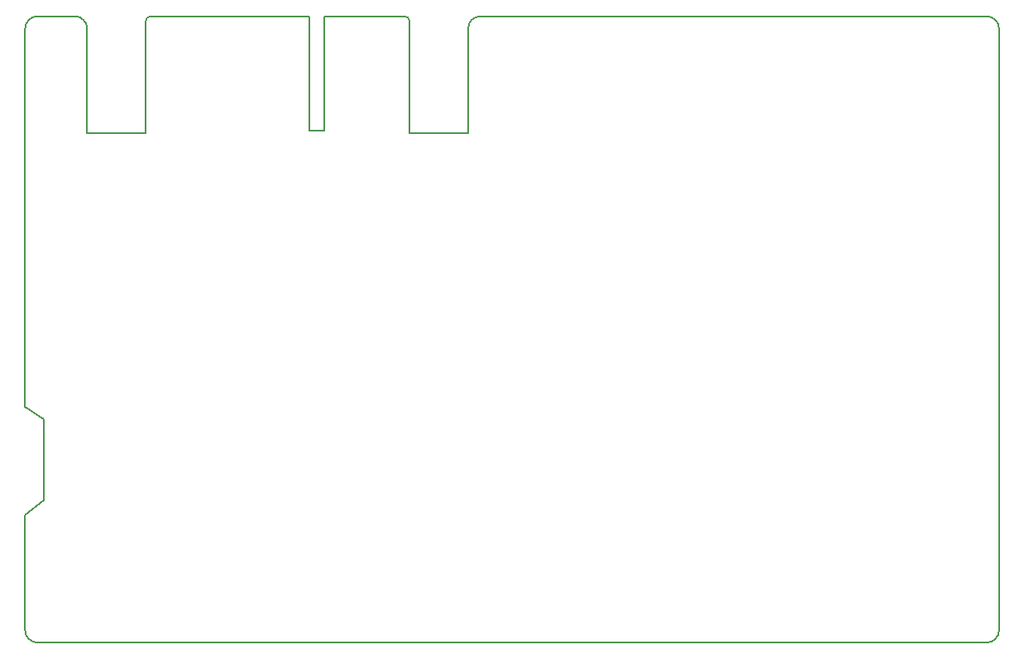
<source format=gm1>
G04 #@! TF.GenerationSoftware,KiCad,Pcbnew,(5.1.8)-1*
G04 #@! TF.CreationDate,2022-02-20T18:46:50+01:00*
G04 #@! TF.ProjectId,PlayOnTape Module,506c6179-4f6e-4546-9170-65204d6f6475,rev?*
G04 #@! TF.SameCoordinates,Original*
G04 #@! TF.FileFunction,Profile,NP*
%FSLAX46Y46*%
G04 Gerber Fmt 4.6, Leading zero omitted, Abs format (unit mm)*
G04 Created by KiCad (PCBNEW (5.1.8)-1) date 2022-02-20 18:46:50*
%MOMM*%
%LPD*%
G01*
G04 APERTURE LIST*
G04 #@! TA.AperFunction,Profile*
%ADD10C,0.150000*%
G04 #@! TD*
G04 APERTURE END LIST*
D10*
X117094000Y-78105000D02*
G75*
G03*
X115824000Y-79375000I0J-1270000D01*
G01*
X76835000Y-79375000D02*
G75*
G03*
X75565000Y-78105000I-1270000J0D01*
G01*
X109329600Y-78105000D02*
G75*
G02*
X109829600Y-78605000I0J-500000D01*
G01*
X82835000Y-78605000D02*
G75*
G02*
X83335000Y-78105000I500000J0D01*
G01*
X117094000Y-78105000D02*
X168910000Y-78105000D01*
X115824000Y-79375000D02*
X115829600Y-90106500D01*
X115829600Y-90106500D02*
X109829600Y-90106500D01*
X109829600Y-78605000D02*
X109829600Y-90106500D01*
X101071680Y-78107540D02*
X109329600Y-78105000D01*
X101071680Y-89855040D02*
X101071680Y-78107540D01*
X99568000Y-89852500D02*
X101071680Y-89855040D01*
X99568000Y-78105000D02*
X99568000Y-89852500D01*
X83335000Y-78105000D02*
X99568000Y-78105000D01*
X76835000Y-90106500D02*
X82835000Y-90106500D01*
X76835000Y-79375000D02*
X76835000Y-90106500D01*
X82835000Y-78605000D02*
X82835000Y-90106500D01*
X70485000Y-79375000D02*
X70485000Y-118110000D01*
X70485000Y-129151000D02*
X72390000Y-127627000D01*
X70485000Y-140970000D02*
X70485000Y-129151000D01*
X72390000Y-119380000D02*
X72390000Y-127627000D01*
X70485000Y-118110000D02*
X72390000Y-119380000D01*
X75565000Y-78105000D02*
X71755000Y-78105000D01*
X71755000Y-78105000D02*
G75*
G03*
X70485000Y-79375000I0J-1270000D01*
G01*
X170180000Y-79375000D02*
G75*
G03*
X168910000Y-78105000I-1270000J0D01*
G01*
X170180000Y-140970000D02*
X170180000Y-79375000D01*
X168910000Y-142240000D02*
G75*
G03*
X170180000Y-140970000I0J1270000D01*
G01*
X71755000Y-142240000D02*
X168910000Y-142240000D01*
X70485000Y-140970000D02*
G75*
G03*
X71755000Y-142240000I1270000J0D01*
G01*
M02*

</source>
